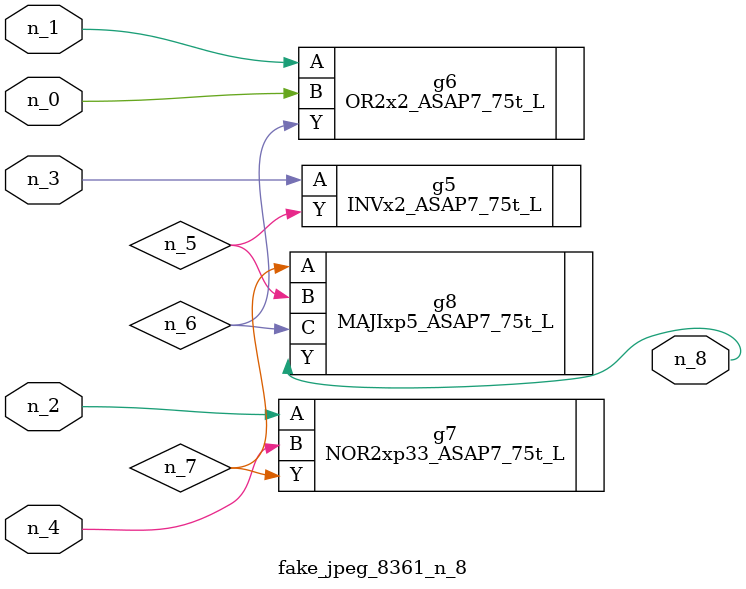
<source format=v>
module fake_jpeg_8361_n_8 (n_3, n_2, n_1, n_0, n_4, n_8);

input n_3;
input n_2;
input n_1;
input n_0;
input n_4;

output n_8;

wire n_6;
wire n_5;
wire n_7;

INVx2_ASAP7_75t_L g5 ( 
.A(n_3),
.Y(n_5)
);

OR2x2_ASAP7_75t_L g6 ( 
.A(n_1),
.B(n_0),
.Y(n_6)
);

NOR2xp33_ASAP7_75t_L g7 ( 
.A(n_2),
.B(n_4),
.Y(n_7)
);

MAJIxp5_ASAP7_75t_L g8 ( 
.A(n_7),
.B(n_5),
.C(n_6),
.Y(n_8)
);


endmodule
</source>
